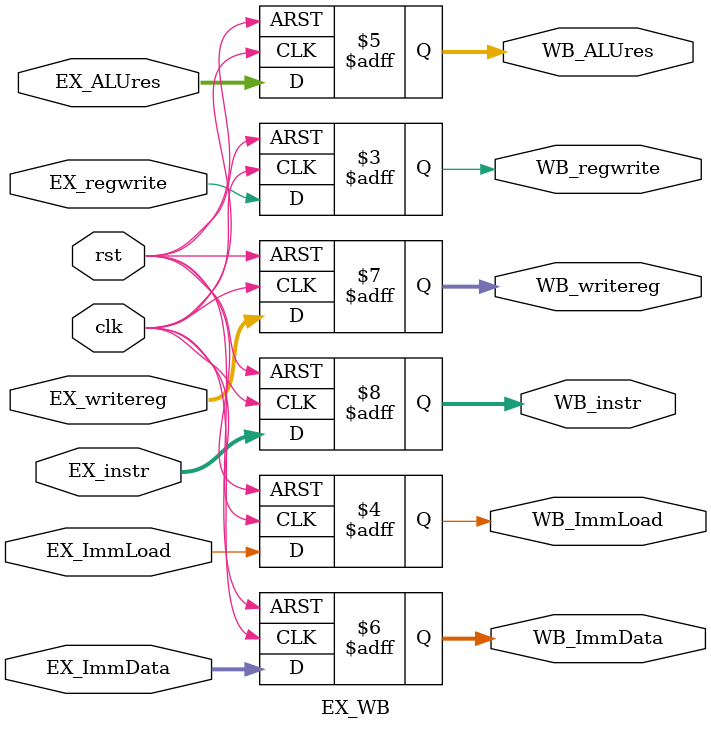
<source format=v>
`timescale 1ns / 1ps
module EX_WB(
	input wire [7:0] EX_instr,
	input wire clk, rst,
	input wire EX_regwrite, EX_ImmLoad,
	input wire [7:0] EX_ALUres, EX_ImmData,
	input wire [2:0] EX_writereg,
	output reg WB_regwrite, WB_ImmLoad,
	output reg [7:0] WB_ALUres, WB_ImmData,
	output reg [2:0] WB_writereg,
	output reg [7:0] WB_instr
    );
	
	always @(posedge clk, negedge rst) begin
		if(!rst) begin
			WB_regwrite <= 0;
			WB_ALUres <= 0;
			WB_writereg <= 0;
			WB_ImmLoad <= 0;
			WB_ImmData <= 0;
			WB_instr <= 0;
		end
		else begin
			WB_regwrite <= EX_regwrite;
			WB_ALUres <= EX_ALUres;
			WB_writereg <= EX_writereg;
			WB_ImmLoad <= EX_ImmLoad;
			WB_ImmData <= EX_ImmData;
			WB_instr <= EX_instr;
		end
	
	end

endmodule

</source>
